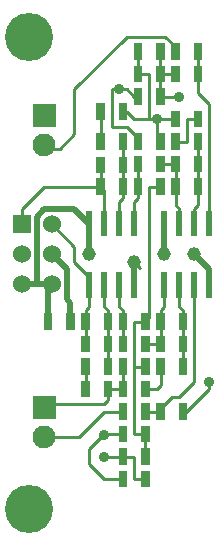
<source format=gbr>
G04 start of page 2 for group 0 idx 0 *
G04 Title: (unknown), top *
G04 Creator: pcb 4.2.2 *
G04 CreationDate: Sat Aug  8 01:25:40 2020 UTC *
G04 For: harold *
G04 Format: Gerber/RS-274X *
G04 PCB-Dimensions (mil): 6000.00 5000.00 *
G04 PCB-Coordinate-Origin: lower left *
%MOIN*%
%FSLAX25Y25*%
%LNTOP*%
%ADD22C,0.0340*%
%ADD21C,0.0390*%
%ADD20C,0.0240*%
%ADD19C,0.1350*%
%ADD18C,0.0460*%
%ADD17C,0.1600*%
%ADD16C,0.0360*%
%ADD15C,0.0760*%
%ADD14C,0.0600*%
%ADD13C,0.0001*%
%ADD12C,0.0100*%
%ADD11C,0.0200*%
G54D11*X167500Y312750D02*Y302500D01*
X157500Y295500D02*Y300000D01*
G54D12*X159500Y298000D01*
X152500Y316000D02*Y320000D01*
X153743Y321243D01*
X146257Y332250D02*Y325000D01*
X147500Y323757D01*
Y312750D01*
X130000Y312500D02*X137500Y305000D01*
G54D11*Y317500D02*X142250Y312750D01*
X142500D02*Y302500D01*
G54D12*X162500Y325000D02*Y281257D01*
G54D11*X135000Y287500D02*X136243Y286257D01*
G54D12*X146257Y350000D02*Y340000D01*
X137500Y357500D02*Y342500D01*
X132657Y337657D01*
X127500D01*
X178743Y325000D02*Y340000D01*
Y356257D02*Y370000D01*
X182500Y316000D02*Y352500D01*
X178743Y356257D01*
X177500Y316000D02*Y317500D01*
X178743Y318743D01*
Y323743D01*
X167620Y355000D02*X172500D01*
X166243Y362500D02*Y355000D01*
X167620Y362500D02*X171257D01*
Y371377D02*X167634Y375000D01*
X155000D01*
X166243Y363877D02*Y370000D01*
Y363877D02*X167620Y362500D01*
X158757Y371377D02*Y362500D01*
X162500D01*
X155000Y375000D02*X137500Y357500D01*
X150000D02*X155000D01*
X157500Y355000D01*
X158757D01*
X153743Y321243D02*Y340000D01*
X157500Y316000D02*Y320000D01*
X158757Y321257D01*
Y332500D01*
X166243Y325000D02*X162500D01*
X171257Y332500D02*X166243D01*
X172500Y316000D02*Y317500D01*
X171257Y318743D01*
Y333877D02*Y318743D01*
Y340000D02*X175000D01*
X166243Y341377D02*X165000Y342620D01*
Y347500D01*
X175000Y340000D02*Y347500D01*
X178743D01*
X162500D02*Y362500D01*
X171257Y347500D02*X157500D01*
X155000Y350000D01*
X153743D01*
X158757Y341377D02*Y340000D01*
Y341244D01*
X155001Y345000D01*
X150000D01*
Y357500D01*
X161243Y281377D02*X159866Y280000D01*
X157500D01*
X167500Y285000D02*X166257Y283757D01*
X162500Y281257D02*X161243Y280000D01*
X167500Y295500D02*Y285000D01*
G54D11*X182500Y297500D02*Y292250D01*
G54D12*X172500Y295500D02*Y285000D01*
G54D11*X177500Y302500D02*X182500Y297500D01*
X130000Y292500D02*X120000D01*
G54D12*X137500Y305000D02*Y300000D01*
X142500Y295000D01*
G54D11*X130000Y302500D02*X135000Y297500D01*
Y287500D01*
X125000Y292500D02*Y315000D01*
X127500Y317500D01*
G54D12*X120000Y312500D02*Y317500D01*
X127500Y325000D01*
G54D11*Y317500D02*X137500D01*
G54D12*X127500Y325000D02*X146257D01*
X142250Y312750D02*X142500D01*
X130000Y292500D02*X128743Y291243D01*
G54D11*Y280000D01*
X136243Y286257D02*Y280000D01*
G54D12*X147500Y295500D02*Y285000D01*
X142500Y295500D02*Y285000D01*
X152500Y295500D02*Y285000D01*
X153757Y283743D01*
X142500Y295000D02*Y292500D01*
X147500Y285000D02*X148743Y283757D01*
X142500Y285000D02*X141257Y283757D01*
Y272500D01*
X148743Y283757D02*Y265000D01*
X153757Y283743D02*Y272500D01*
X157500Y280000D02*Y265000D01*
X172500Y285000D02*X173743Y283757D01*
Y265000D01*
X166257Y283757D02*Y272500D01*
X177500Y295500D02*Y260000D01*
X182500D02*Y257500D01*
X173743Y248743D01*
X166257Y272500D02*X161243D01*
Y257500D02*X165000D01*
X166257Y258757D01*
Y265000D01*
X177500Y260000D02*X172500Y255000D01*
X170000D01*
X166257Y251257D01*
Y250000D01*
X161243D01*
X141257Y266377D02*Y257500D01*
X130000Y252500D02*X147500D01*
X148743Y253743D01*
Y257500D01*
X157500Y265000D02*X161243D01*
X153757Y266377D02*Y257500D01*
X148743D01*
X153757Y258877D02*Y257500D01*
X157500Y267500D02*Y242500D01*
Y235000D02*X147500D01*
X161243Y242500D02*Y235000D01*
X157500D02*Y227500D01*
X161243D01*
X147500D02*X153757D01*
X157500Y242500D02*X161243D01*
X153757Y243877D02*Y242500D01*
X147500D01*
Y250000D02*X153757D01*
X147500D02*X138976Y241476D01*
X127500D01*
X147500Y242500D02*X142500Y237500D01*
Y232500D01*
X147500Y227500D01*
G54D13*G36*
X123700Y352462D02*Y344862D01*
X131300D01*
Y352462D01*
X123700D01*
G37*
G36*
X117000Y315500D02*Y309500D01*
X123000D01*
Y315500D01*
X117000D01*
G37*
G54D14*X130000Y312500D03*
X120000Y302500D03*
X130000D03*
X120000Y292500D03*
X130000D03*
G54D15*X127500Y338819D03*
G54D13*G36*
X123700Y255119D02*Y247519D01*
X131300D01*
Y255119D01*
X123700D01*
G37*
G54D15*X127500Y241476D03*
G54D13*G36*
X143500Y296500D02*X141500D01*
Y288000D01*
X143500D01*
Y296500D01*
G37*
G36*
X148500D02*X146500D01*
Y288000D01*
X148500D01*
Y296500D01*
G37*
G36*
X153500D02*X151500D01*
Y288000D01*
X153500D01*
Y296500D01*
G37*
G36*
X158500D02*X156500D01*
Y288000D01*
X158500D01*
Y296500D01*
G37*
G36*
X168500D02*X166500D01*
Y288000D01*
X168500D01*
Y296500D01*
G37*
G36*
X173500D02*X171500D01*
Y288000D01*
X173500D01*
Y296500D01*
G37*
G36*
X178500D02*X176500D01*
Y288000D01*
X178500D01*
Y296500D01*
G37*
G36*
X183500D02*X181500D01*
Y288000D01*
X183500D01*
Y296500D01*
G37*
G36*
Y317000D02*X181500D01*
Y308500D01*
X183500D01*
Y317000D01*
G37*
G36*
X178500D02*X176500D01*
Y308500D01*
X178500D01*
Y317000D01*
G37*
G36*
X173500D02*X171500D01*
Y308500D01*
X173500D01*
Y317000D01*
G37*
G36*
X168500D02*X166500D01*
Y308500D01*
X168500D01*
Y317000D01*
G37*
G36*
X158500D02*X156500D01*
Y308500D01*
X158500D01*
Y317000D01*
G37*
G36*
X153500D02*X151500D01*
Y308500D01*
X153500D01*
Y317000D01*
G37*
G36*
X148500D02*X146500D01*
Y308500D01*
X148500D01*
Y317000D01*
G37*
G36*
X143500D02*X141500D01*
Y308500D01*
X143500D01*
Y317000D01*
G37*
G36*
X155123Y335007D02*X152363D01*
Y329493D01*
X155123D01*
Y335007D01*
G37*
G36*
Y342757D02*X152363D01*
Y337243D01*
X155123D01*
Y342757D01*
G37*
G36*
Y327757D02*X152363D01*
Y322243D01*
X155123D01*
Y327757D01*
G37*
G36*
X160137Y335257D02*X157377D01*
Y329743D01*
X160137D01*
Y335257D01*
G37*
G36*
Y342757D02*X157377D01*
Y337243D01*
X160137D01*
Y342757D01*
G37*
G36*
X147637Y335007D02*X144877D01*
Y329493D01*
X147637D01*
Y335007D01*
G37*
G36*
Y327757D02*X144877D01*
Y322243D01*
X147637D01*
Y327757D01*
G37*
G36*
Y342757D02*X144877D01*
Y337243D01*
X147637D01*
Y342757D01*
G37*
G36*
X167623Y335257D02*X164863D01*
Y329743D01*
X167623D01*
Y335257D01*
G37*
G36*
X160137Y327757D02*X157377D01*
Y322243D01*
X160137D01*
Y327757D01*
G37*
G36*
X167623D02*X164863D01*
Y322243D01*
X167623D01*
Y327757D01*
G37*
G36*
Y342757D02*X164863D01*
Y337243D01*
X167623D01*
Y342757D01*
G37*
G36*
X147637Y352757D02*X144877D01*
Y347243D01*
X147637D01*
Y352757D01*
G37*
G36*
X155123D02*X152363D01*
Y347243D01*
X155123D01*
Y352757D01*
G37*
G36*
X142637Y260257D02*X139877D01*
Y254743D01*
X142637D01*
Y260257D01*
G37*
G36*
Y275257D02*X139877D01*
Y269743D01*
X142637D01*
Y275257D01*
G37*
G36*
Y267757D02*X139877D01*
Y262243D01*
X142637D01*
Y267757D01*
G37*
G36*
Y282757D02*X139877D01*
Y277243D01*
X142637D01*
Y282757D01*
G37*
G36*
X130137D02*X127377D01*
Y277243D01*
X130137D01*
Y282757D01*
G37*
G36*
X137623D02*X134863D01*
Y277243D01*
X137623D01*
Y282757D01*
G37*
G36*
X150123Y260257D02*X147363D01*
Y254743D01*
X150123D01*
Y260257D01*
G37*
G36*
Y275257D02*X147363D01*
Y269743D01*
X150123D01*
Y275257D01*
G37*
G36*
Y267757D02*X147363D01*
Y262243D01*
X150123D01*
Y267757D01*
G37*
G36*
Y282757D02*X147363D01*
Y277243D01*
X150123D01*
Y282757D01*
G37*
G36*
X155137Y275257D02*X152377D01*
Y269743D01*
X155137D01*
Y275257D01*
G37*
G36*
Y282757D02*X152377D01*
Y277243D01*
X155137D01*
Y282757D01*
G37*
G36*
Y267757D02*X152377D01*
Y262243D01*
X155137D01*
Y267757D01*
G37*
G36*
Y260257D02*X152377D01*
Y254743D01*
X155137D01*
Y260257D01*
G37*
G36*
X172637Y372757D02*X169877D01*
Y367243D01*
X172637D01*
Y372757D01*
G37*
G36*
X180123D02*X177363D01*
Y367243D01*
X180123D01*
Y372757D01*
G37*
G36*
X167623Y357757D02*X164863D01*
Y352243D01*
X167623D01*
Y357757D01*
G37*
G36*
X160137D02*X157377D01*
Y352243D01*
X160137D01*
Y357757D01*
G37*
G36*
X167623Y365257D02*X164863D01*
Y359743D01*
X167623D01*
Y365257D01*
G37*
G36*
X160137D02*X157377D01*
Y359743D01*
X160137D01*
Y365257D01*
G37*
G36*
Y372757D02*X157377D01*
Y367243D01*
X160137D01*
Y372757D01*
G37*
G36*
X167623D02*X164863D01*
Y367243D01*
X167623D01*
Y372757D01*
G37*
G36*
X180123Y335257D02*X177363D01*
Y329743D01*
X180123D01*
Y335257D01*
G37*
G36*
X172637D02*X169877D01*
Y329743D01*
X172637D01*
Y335257D01*
G37*
G36*
Y342757D02*X169877D01*
Y337243D01*
X172637D01*
Y342757D01*
G37*
G36*
X180123D02*X177363D01*
Y337243D01*
X180123D01*
Y342757D01*
G37*
G36*
Y350257D02*X177363D01*
Y344743D01*
X180123D01*
Y350257D01*
G37*
G36*
Y365257D02*X177363D01*
Y359743D01*
X180123D01*
Y365257D01*
G37*
G36*
X172637Y350257D02*X169877D01*
Y344743D01*
X172637D01*
Y350257D01*
G37*
G36*
Y365257D02*X169877D01*
Y359743D01*
X172637D01*
Y365257D01*
G37*
G36*
X180123Y327757D02*X177363D01*
Y322243D01*
X180123D01*
Y327757D01*
G37*
G36*
X172637D02*X169877D01*
Y322243D01*
X172637D01*
Y327757D01*
G37*
G36*
X162623Y275257D02*X159863D01*
Y269743D01*
X162623D01*
Y275257D01*
G37*
G36*
Y282757D02*X159863D01*
Y277243D01*
X162623D01*
Y282757D01*
G37*
G36*
X167637Y275257D02*X164877D01*
Y269743D01*
X167637D01*
Y275257D01*
G37*
G36*
Y267757D02*X164877D01*
Y262243D01*
X167637D01*
Y267757D01*
G37*
G36*
Y282757D02*X164877D01*
Y277243D01*
X167637D01*
Y282757D01*
G37*
G36*
X162623Y267757D02*X159863D01*
Y262243D01*
X162623D01*
Y267757D01*
G37*
G36*
X175123Y275257D02*X172363D01*
Y269743D01*
X175123D01*
Y275257D01*
G37*
G36*
Y267757D02*X172363D01*
Y262243D01*
X175123D01*
Y267757D01*
G37*
G36*
Y282757D02*X172363D01*
Y277243D01*
X175123D01*
Y282757D01*
G37*
G36*
Y252757D02*X172363D01*
Y247243D01*
X175123D01*
Y252757D01*
G37*
G36*
X155137D02*X152377D01*
Y247243D01*
X155137D01*
Y252757D01*
G37*
G36*
X162623D02*X159863D01*
Y247243D01*
X162623D01*
Y252757D01*
G37*
G36*
X167637D02*X164877D01*
Y247243D01*
X167637D01*
Y252757D01*
G37*
G36*
X162623Y237757D02*X159863D01*
Y232243D01*
X162623D01*
Y237757D01*
G37*
G36*
X155137D02*X152377D01*
Y232243D01*
X155137D01*
Y237757D01*
G37*
G36*
X162623Y230257D02*X159863D01*
Y224743D01*
X162623D01*
Y230257D01*
G37*
G36*
X155137D02*X152377D01*
Y224743D01*
X155137D01*
Y230257D01*
G37*
G36*
Y245257D02*X152377D01*
Y239743D01*
X155137D01*
Y245257D01*
G37*
G36*
X162623D02*X159863D01*
Y239743D01*
X162623D01*
Y245257D01*
G37*
G36*
Y260257D02*X159863D01*
Y254743D01*
X162623D01*
Y260257D01*
G37*
G54D16*X172500Y355000D03*
X165000Y347500D03*
G54D17*X122500Y375000D03*
G54D16*X152500Y357500D03*
G54D18*X157500Y300000D03*
G54D16*X182500Y260000D03*
G54D18*X142500Y302500D03*
X167500D03*
X177500D03*
G54D17*X122500Y217520D03*
G54D16*X147500Y235000D03*
Y242319D03*
G54D11*G54D19*G54D11*G54D20*G54D11*G54D20*G54D19*G54D11*G54D21*G54D22*G54D21*M02*

</source>
